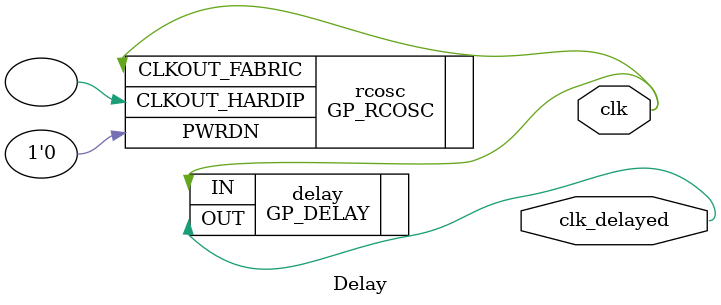
<source format=v>
/***********************************************************************************************************************
 * Copyright (C) 2016 Andrew Zonenberg and contributors                                                                *
 *                                                                                                                     *
 * This program is free software; you can redistribute it and/or modify it under the terms of the GNU Lesser General   *
 * Public License as published by the Free Software Foundation; either version 2.1 of the License, or (at your option) *
 * any later version.                                                                                                  *
 *                                                                                                                     *
 * This program is distributed in the hope that it will be useful, but WITHOUT ANY WARRANTY; without even the implied  *
 * warranty of MERCHANTABILITY or FITNESS FOR A PARTICULAR PURPOSE.  See the GNU Lesser General Public License for     *
 * more details.                                                                                                       *
 *                                                                                                                     *
 * You should have received a copy of the GNU Lesser General Public License along with this program; if not, you may   *
 * find one here:                                                                                                      *
 * https://www.gnu.org/licenses/old-licenses/lgpl-2.1.txt                                                              *
 * or you may search the http://www.gnu.org website for the version 2.1 license, or you may write to the Free Software *
 * Foundation, Inc., 51 Franklin Street, Fifth Floor, Boston, MA  02110-1301, USA                                      *
 **********************************************************************************************************************/

`default_nettype none

/**
	OUTPUTS:
		pin 19: 500 kHz clock output
		pin 18: same clock signal, lagging phase by ~165 ns

	TEST PROCEDURE:
		1) Verify pin 19 has a clock waveform with 50% duty cycle and 500 KHz frequency
		2) Verify pin 18 has the same waveform, delayed by 150-175 ns
 */
module Delay(clk, clk_delayed);

	////////////////////////////////////////////////////////////////////////////////////////////////////////////////////
	// I/O declarations

	(* LOC = "P19" *)
	output wire clk;

	(* LOC = "P18" *)
	output wire clk_delayed;

	////////////////////////////////////////////////////////////////////////////////////////////////////////////////////
	// Oscillators

	//The 2 MHz RC oscillator
	GP_RCOSC #(
		.PWRDN_EN(0),
		.AUTO_PWRDN(0),
		.OSC_FREQ("2M"),
		.HARDIP_DIV(1),
		.FABRIC_DIV(4)
	) rcosc (
		.PWRDN(1'b0),
		.CLKOUT_HARDIP(),
		.CLKOUT_FABRIC(clk)
	);

	////////////////////////////////////////////////////////////////////////////////////////////////////////////////////
	// The delay line

	GP_DELAY #(.DELAY_STEPS(1)) delay(
		.IN(clk),
		.OUT(clk_delayed)
		);

endmodule

</source>
